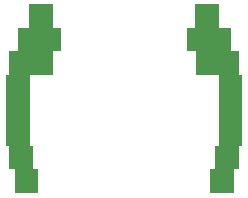
<source format=gbs>
G04 #@! TF.GenerationSoftware,KiCad,Pcbnew,(5.99.0-7130-gf32f8f566)*
G04 #@! TF.CreationDate,2020-11-25T00:50:19+01:00*
G04 #@! TF.ProjectId,FairyDustPin,46616972-7944-4757-9374-50696e2e6b69,rev?*
G04 #@! TF.SameCoordinates,Original*
G04 #@! TF.FileFunction,Soldermask,Bot*
G04 #@! TF.FilePolarity,Negative*
%FSLAX46Y46*%
G04 Gerber Fmt 4.6, Leading zero omitted, Abs format (unit mm)*
G04 Created by KiCad (PCBNEW (5.99.0-7130-gf32f8f566)) date 2020-11-25 00:50:19*
%MOMM*%
%LPD*%
G01*
G04 APERTURE LIST*
G04 APERTURE END LIST*
G04 #@! TO.C,G\u002A\u002A\u002A*
G36*
X83983653Y-104257548D02*
G01*
X84619183Y-104257548D01*
X84619183Y-106270059D01*
X83941284Y-106270059D01*
X83941284Y-108260962D01*
X82961509Y-108266469D01*
X81981735Y-108271977D01*
X81981735Y-114267140D01*
X82288907Y-114279588D01*
X82288907Y-116269058D01*
X82712594Y-116269058D01*
X82712594Y-118281568D01*
X80721268Y-118281568D01*
X80721268Y-116269058D01*
X80276397Y-116269058D01*
X80276397Y-114277732D01*
X79979816Y-114277732D01*
X79979816Y-108261385D01*
X80276397Y-108261385D01*
X80276397Y-106270059D01*
X80975479Y-106270059D01*
X80975479Y-104257548D01*
X81971143Y-104257548D01*
X81971143Y-102266222D01*
X83983653Y-102266222D01*
X83983653Y-104257548D01*
G37*
G36*
X97986489Y-104257548D02*
G01*
X99003336Y-104257548D01*
X99003336Y-106270059D01*
X99681234Y-106270059D01*
X99681234Y-108261385D01*
X99998999Y-108261385D01*
X99998999Y-114277732D01*
X99681234Y-114277732D01*
X99681234Y-116269058D01*
X99257548Y-116269058D01*
X99257548Y-118281568D01*
X97245037Y-118281568D01*
X97245037Y-116269058D01*
X97689908Y-116269058D01*
X97689908Y-114277732D01*
X97986489Y-114277732D01*
X97986489Y-108261385D01*
X96037531Y-108261385D01*
X96037531Y-106270059D01*
X95338449Y-106270059D01*
X95338449Y-104257548D01*
X95995163Y-104257548D01*
X95995163Y-102266222D01*
X97986489Y-102266222D01*
X97986489Y-104257548D01*
G37*
G04 #@! TD*
M02*

</source>
